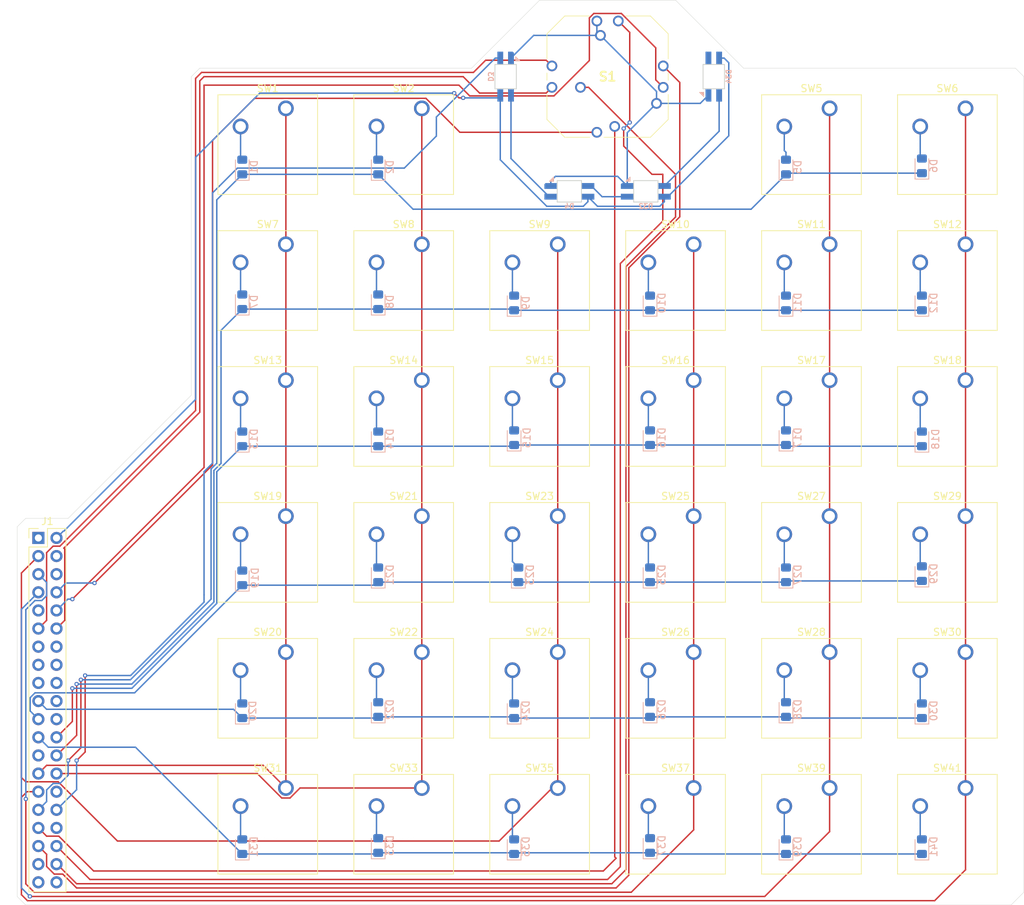
<source format=kicad_pcb>
(kicad_pcb (version 20241229) (generator "pcbnew") (generator_version "9.0")
  (layers (0 "F.Cu" signal) (2 "B.Cu" signal) (13 "F.Paste" user) (15 "B.Paste" user) (5 "F.SilkS" user "F.Silkscreen") (7 "B.SilkS" user "B.Silkscreen") (1 "F.Mask" user) (3 "B.Mask" user) (25 "Edge.Cuts" user))
  (net 0 "")
  (net 1 "row0")
  (net 2 "Net-(D1-A)")
  (net 3 "Net-(D2-A)")
  (net 4 "+5V")
  (net 5 "Net-(D3-DOUT)")
  (net 6 "GND")
  (net 7 "rgb")
  (net 8 "Net-(D32-DIN)")
  (net 9 "Net-(D5-A)")
  (net 10 "Net-(D6-A)")
  (net 11 "row1")
  (net 12 "Net-(D7-A)")
  (net 13 "Net-(D8-A)")
  (net 14 "Net-(D9-A)")
  (net 15 "Net-(D10-A)")
  (net 16 "Net-(D11-A)")
  (net 17 "Net-(D12-A)")
  (net 18 "Net-(D13-A)")
  (net 19 "row2")
  (net 20 "Net-(D14-A)")
  (net 21 "Net-(D15-A)")
  (net 22 "Net-(D16-A)")
  (net 23 "Net-(D17-A)")
  (net 24 "Net-(D18-A)")
  (net 25 "row3")
  (net 26 "Net-(D19-A)")
  (net 27 "row4")
  (net 28 "Net-(D20-A)")
  (net 29 "Net-(D21-A)")
  (net 30 "Net-(D22-A)")
  (net 31 "Net-(D23-A)")
  (net 32 "Net-(D24-A)")
  (net 33 "Net-(D25-A)")
  (net 34 "Net-(D26-A)")
  (net 35 "Net-(D27-A)")
  (net 36 "Net-(D28-A)")
  (net 37 "Net-(D29-A)")
  (net 38 "Net-(D30-A)")
  (net 39 "Net-(D31-A)")
  (net 40 "row5")
  (net 41 "Net-(D32-DOUT)")
  (net 42 "Net-(D33-A)")
  (net 44 "Net-(D35-A)")
  (net 45 "Net-(D37-A)")
  (net 46 "Net-(D39-A)")
  (net 47 "Net-(D41-A)")
  (net 48 "Net-(J1-GPIO15{slash}RXD)")
  (net 50 "Net-(J1-3V3-Pad1)")
  (net 51 "Net-(J1-GND-Pad14)")
  (net 52 "Net-(D36-DIN)")
  (net 53 "col2")
  (net 55 "Net-(J1-GPIO17)")
  (net 56 "Net-(J1-GPIO14{slash}TXD)")
  (net 57 "col4")
  (net 58 "Net-(J1-GPIO18{slash}PWM0)")
  (net 60 "col3")
  (net 61 "Net-(J1-PWM1{slash}GPIO13)")
  (net 62 "Net-(J1-GPIO19{slash}MISO1)")
  (net 63 "Net-(J1-GPIO16)")
  (net 64 "Net-(J1-GPIO20{slash}MOSI1)")
  (net 65 "col0")
  (net 66 "col1")
  (net 67 "col5")
  (footprint "Connector_PinHeader_2.54mm:PinHeader_2x20_P2.54mm_Vertical" (layer "F.Cu") (at 100.607897 95.607415)
    (property "Reference" "J1")
    (property "Value" "Raspberry_Pi_2_3")
  )
  (footprint "Button_Switch_Keyboard:SW_Cherry_MX_1.00u_PCB" (layer "F.Cu") (at 154.344767 73.501332)
    (property "Reference" "SW14")
    (property "Value" "SW_Push")
  )
  (footprint "Button_Switch_Keyboard:SW_Cherry_MX_1.00u_PCB" (layer "F.Cu") (at 230.544767 73.501332)
    (property "Reference" "SW18")
    (property "Value" "SW_Push")
  )
  (footprint "Button_Switch_Keyboard:SW_Cherry_MX_1.00u_PCB" (layer "F.Cu") (at 211.494767 35.401332)
    (property "Reference" "SW5")
    (property "Value" "SW_Push")
  )
  (footprint "Button_Switch_Keyboard:SW_Cherry_MX_1.00u_PCB" (layer "F.Cu") (at 135.294767 92.551332)
    (property "Reference" "SW19")
    (property "Value" "SW_Push")
  )
  (footprint "Button_Switch_Keyboard:SW_Cherry_MX_1.00u_PCB" (layer "F.Cu") (at 230.544767 130.651332)
    (property "Reference" "SW41")
    (property "Value" "SW_Push")
  )
  (footprint "Button_Switch_Keyboard:SW_Cherry_MX_1.00u_PCB" (layer "F.Cu") (at 173.394767 54.451332)
    (property "Reference" "SW9")
    (property "Value" "SW_Push")
  )
  (footprint "Button_Switch_Keyboard:SW_Cherry_MX_1.00u_PCB" (layer "F.Cu") (at 192.444847 73.501444)
    (property "Reference" "SW16")
    (property "Value" "SW_Push")
  )
  (footprint "Button_Switch_Keyboard:SW_Cherry_MX_1.00u_PCB" (layer "F.Cu") (at 211.494863 92.55146)
    (property "Reference" "SW27")
    (property "Value" "SW_Push")
  )
  (footprint "Button_Switch_Keyboard:SW_Cherry_MX_1.00u_PCB" (layer "F.Cu") (at 154.344767 35.401332)
    (property "Reference" "SW2")
    (property "Value" "SW_Push")
  )
  (footprint "Button_Switch_Keyboard:SW_Cherry_MX_1.00u_PCB" (layer "F.Cu") (at 192.444767 54.451332)
    (property "Reference" "SW10")
    (property "Value" "SW_Push")
  )
  (footprint "Button_Switch_Keyboard:SW_Cherry_MX_1.00u_PCB" (layer "F.Cu") (at 154.344815 92.551332)
    (property "Reference" "SW21")
    (property "Value" "SW_Push")
  )
  (footprint "Button_Switch_Keyboard:SW_Cherry_MX_1.00u_PCB" (layer "F.Cu") (at 211.494863 111.601476)
    (property "Reference" "SW28")
    (property "Value" "SW_Push")
  )
  (footprint "Button_Switch_Keyboard:SW_Cherry_MX_1.00u_PCB" (layer "F.Cu") (at 230.544767 111.601332)
    (property "Reference" "SW30")
    (property "Value" "SW_Push")
  )
  (footprint "KiCad:RKJXT1F42001" (layer "F.Cu") (at 180.379839 30.956404)
    (property "Reference" "S1")
    (property "Value" "RKJXT1F42001" (hide yes))
  )
  (footprint "Button_Switch_Keyboard:SW_Cherry_MX_1.00u_PCB" (layer "F.Cu") (at 230.544879 92.55146)
    (property "Reference" "SW29")
    (property "Value" "SW_Push")
  )
  (footprint "Button_Switch_Keyboard:SW_Cherry_MX_1.00u_PCB" (layer "F.Cu") (at 173.394767 73.501332)
    (property "Reference" "SW15")
    (property "Value" "SW_Push")
  )
  (footprint "Button_Switch_Keyboard:SW_Cherry_MX_1.00u_PCB" (layer "F.Cu") (at 211.494767 130.651332)
    (property "Reference" "SW39")
    (property "Value" "SW_Push")
  )
  (footprint "Button_Switch_Keyboard:SW_Cherry_MX_1.00u_PCB" (layer "F.Cu") (at 173.394831 111.601476)
    (property "Reference" "SW24")
    (property "Value" "SW_Push")
  )
  (footprint "Button_Switch_Keyboard:SW_Cherry_MX_1.00u_PCB" (layer "F.Cu") (at 211.494767 73.501332)
    (property "Reference" "SW17")
    (property "Value" "SW_Push")
  )
  (footprint "Button_Switch_Keyboard:SW_Cherry_MX_1.00u_PCB" (layer "F.Cu") (at 192.444847 111.601476)
    (property "Reference" "SW26")
    (property "Value" "SW_Push")
  )
  (footprint "Button_Switch_Keyboard:SW_Cherry_MX_1.00u_PCB" (layer "F.Cu") (at 230.544767 54.451332)
    (property "Reference" "SW12")
    (property "Value" "SW_Push")
  )
  (footprint "Button_Switch_Keyboard:SW_Cherry_MX_1.00u_PCB" (layer "F.Cu") (at 173.394831 92.551332)
    (property "Reference" "SW23")
    (property "Value" "SW_Push")
  )
  (footprint "Button_Switch_Keyboard:SW_Cherry_MX_1.00u_PCB" (layer "F.Cu") (at 135.294767 73.501332)
    (property "Reference" "SW13")
    (property "Value" "SW_Push")
  )
  (footprint "Button_Switch_Keyboard:SW_Cherry_MX_1.00u_PCB" (layer "F.Cu") (at 135.294767 35.401332)
    (property "Reference" "SW1")
    (property "Value" "SW_Push")
  )
  (footprint "Button_Switch_Keyboard:SW_Cherry_MX_1.00u_PCB" (layer "F.Cu") (at 192.444767 130.651332)
    (property "Reference" "SW37")
    (property "Value" "SW_Push")
  )
  (footprint "Button_Switch_Keyboard:SW_Cherry_MX_1.00u_PCB" (layer "F.Cu") (at 154.344767 54.451332)
    (property "Reference" "SW8")
    (property "Value" "SW_Push")
  )
  (footprint "Button_Switch_Keyboard:SW_Cherry_MX_1.00u_PCB" (layer "F.Cu") (at 192.444847 92.55146)
    (property "Reference" "SW25")
    (property "Value" "SW_Push")
  )
  (footprint "Button_Switch_Keyboard:SW_Cherry_MX_1.00u_PCB" (layer "F.Cu") (at 135.294799 111.601476)
    (property "Reference" "SW20")
    (property "Value" "SW_Push")
  )
  (footprint "Button_Switch_Keyboard:SW_Cherry_MX_1.00u_PCB" (layer "F.Cu") (at 173.394767 130.651332)
    (property "Reference" "SW35")
    (property "Value" "SW_Push")
  )
  (footprint "Button_Switch_Keyboard:SW_Cherry_MX_1.00u_PCB" (layer "F.Cu") (at 135.294767 54.451332)
    (property "Reference" "SW7")
    (property "Value" "SW_Push")
  )
  (footprint "Button_Switch_Keyboard:SW_Cherry_MX_1.00u_PCB" (layer "F.Cu") (at 230.544767 35.401332)
    (property "Reference" "SW6")
    (property "Value" "SW_Push")
  )
  (footprint "Button_Switch_Keyboard:SW_Cherry_MX_1.00u_PCB" (layer "F.Cu") (at 154.344815 111.601476)
    (property "Reference" "SW22")
    (property "Value" "SW_Push")
  )
  (footprint "Button_Switch_Keyboard:SW_Cherry_MX_1.00u_PCB" (layer "F.Cu") (at 154.344767 130.651332)
    (property "Reference" "SW33")
    (property "Value" "SW_Push")
  )
  (footprint "Button_Switch_Keyboard:SW_Cherry_MX_1.00u_PCB" (layer "F.Cu") (at 211.494767 54.451332)
    (property "Reference" "SW11")
    (property "Value" "SW_Push")
  )
  (footprint "Button_Switch_Keyboard:SW_Cherry_MX_1.00u_PCB" (layer "F.Cu") (at 135.294767 130.651332)
    (property "Reference" "SW31")
    (property "Value" "SW_Push")
  )
  (footprint "cheyao macropad main PCB-third_party_neopixel.petty:SK6812MINI-E" (layer "B.Cu") (at 195.262664 30.956404 -90)
    (property "Reference" "D34")
    (property "Value" "SK6812MINI" (hide yes))
    (fp_line (start -1.7 1.5) (end 1.7 1.5) (stroke (width 0.12)) (layer "Edge.Cuts"))
    (fp_line (start 1.7 1.5) (end 1.7 -1.5) (stroke (width 0.12)) (layer "Edge.Cuts"))
    (fp_line (start -1.7 -1.5) (end -1.7 1.5) (stroke (width 0.12)) (layer "Edge.Cuts"))
    (fp_line (start 1.7 -1.5) (end -1.7 -1.5) (stroke (width 0.12)) (layer "Edge.Cuts"))
  )
  (footprint "Diode_SMD:D_0805_2012Metric_Pad1.15x1.40mm_HandSolder" (layer "B.Cu") (at 129.182921 81.723635 90)
    (property "Reference" "D13")
    (property "Value" "D")
  )
  (footprint "Diode_SMD:D_0805_2012Metric_Pad1.15x1.40mm_HandSolder" (layer "B.Cu") (at 148.232937 43.623603 90)
    (property "Reference" "D2")
    (property "Value" "D")
  )
  (footprint "Diode_SMD:D_0805_2012Metric_Pad1.15x1.40mm_HandSolder" (layer "B.Cu") (at 129.182921 101.203338 90)
    (property "Reference" "D19")
    (property "Value" "D")
  )
  (footprint "Diode_SMD:D_0805_2012Metric_Pad1.15x1.40mm_HandSolder" (layer "B.Cu") (at 186.332969 81.558009 90)
    (property "Reference" "D16")
    (property "Value" "D")
  )
  (footprint "Diode_SMD:D_0805_2012Metric_Pad1.15x1.40mm_HandSolder" (layer "B.Cu") (at 224.433001 119.823667 90)
    (property "Reference" "D30")
    (property "Value" "D")
  )
  (footprint "Diode_SMD:D_0805_2012Metric_Pad1.15x1.40mm_HandSolder" (layer "B.Cu") (at 224.433001 138.873683 90)
    (property "Reference" "D41")
    (property "Value" "D")
  )
  (footprint "Diode_SMD:D_0805_2012Metric_Pad1.15x1.40mm_HandSolder" (layer "B.Cu") (at 224.433001 100.608025 90)
    (property "Reference" "D29")
    (property "Value" "D")
  )
  (footprint "Diode_SMD:D_0805_2012Metric_Pad1.15x1.40mm_HandSolder" (layer "B.Cu") (at 167.282953 138.873683 90)
    (property "Reference" "D35")
    (property "Value" "D")
  )
  (footprint "Diode_SMD:D_0805_2012Metric_Pad1.15x1.40mm_HandSolder" (layer "B.Cu") (at 205.382985 100.773651 90)
    (property "Reference" "D27")
    (property "Value" "D")
  )
  (footprint "Diode_SMD:D_0805_2012Metric_Pad1.15x1.40mm_HandSolder" (layer "B.Cu") (at 186.332969 119.658041 90)
    (property "Reference" "D26")
    (property "Value" "D")
  )
  (footprint "Diode_SMD:D_0805_2012Metric_Pad1.15x1.40mm_HandSolder" (layer "B.Cu") (at 129.182921 43.623603 90)
    (property "Reference" "D1")
    (property "Value" "D")
  )
  (footprint "Diode_SMD:D_0805_2012Metric_Pad1.15x1.40mm_HandSolder" (layer "B.Cu") (at 205.382985 43.623603 90)
    (property "Reference" "D5")
    (property "Value" "D")
  )
  (footprint "Diode_SMD:D_0805_2012Metric_Pad1.15x1.40mm_HandSolder" (layer "B.Cu") (at 205.382985 62.673619 90)
    (property "Reference" "D11")
    (property "Value" "D")
  )
  (footprint "Diode_SMD:D_0805_2012Metric_Pad1.15x1.40mm_HandSolder" (layer "B.Cu") (at 129.182921 138.873683 90)
    (property "Reference" "D31")
    (property "Value" "D")
  )
  (footprint "Diode_SMD:D_0805_2012Metric_Pad1.15x1.40mm_HandSolder" (layer "B.Cu") (at 224.433001 43.457977 90)
    (property "Reference" "D6")
    (property "Value" "D")
  )
  (footprint "Diode_SMD:D_0805_2012Metric_Pad1.15x1.40mm_HandSolder" (layer "B.Cu") (at 148.232937 62.507993 90)
    (property "Reference" "D8")
    (property "Value" "D")
  )
  (footprint "Diode_SMD:D_0805_2012Metric_Pad1.15x1.40mm_HandSolder" (layer "B.Cu") (at 205.382985 81.558009 90)
    (property "Reference" "D17")
    (property "Value" "D")
  )
  (footprint "Diode_SMD:D_0805_2012Metric_Pad1.15x1.40mm_HandSolder" (layer "B.Cu") (at 205.382985 138.873683 90)
    (property "Reference" "D39")
    (property "Value" "D")
  )
  (footprint "Diode_SMD:D_0805_2012Metric_Pad1.15x1.40mm_HandSolder" (layer "B.Cu") (at 129.182969 119.823795 90)
    (property "Reference" "D20")
    (property "Value" "D")
  )
  (footprint "Diode_SMD:D_0805_2012Metric_Pad1.15x1.40mm_HandSolder" (layer "B.Cu") (at 148.232937 138.708057 90)
    (property "Reference" "D33")
    (property "Value" "D")
  )
  (footprint "cheyao macropad main PCB-third_party_neopixel.petty:SK6812MINI-E" (layer "B.Cu") (at 175.022022 47.029855 180)
    (property "Reference" "D4")
    (property "Value" "SK6812MINI" (hide yes))
    (fp_line (start 1.7 1.5) (end 1.7 -1.5) (stroke (width 0.12)) (layer "Edge.Cuts"))
    (fp_line (start 1.7 -1.5) (end -1.7 -1.5) (stroke (width 0.12)) (layer "Edge.Cuts"))
    (fp_line (start -1.7 1.5) (end 1.7 1.5) (stroke (width 0.12)) (layer "Edge.Cuts"))
    (fp_line (start -1.7 -1.5) (end -1.7 1.5) (stroke (width 0.12)) (layer "Edge.Cuts"))
  )
  (footprint "Diode_SMD:D_0805_2012Metric_Pad1.15x1.40mm_HandSolder" (layer "B.Cu") (at 167.282953 119.823667 90)
    (property "Reference" "D24")
    (property "Value" "D")
  )
  (footprint "cheyao macropad main PCB-third_party_neopixel.petty:SK6812MINI-E" (layer "B.Cu") (at 166.092327 30.956404 90)
    (property "Reference" "D3")
    (property "Value" "SK6812MINI" (hide yes))
    (fp_line (start 1.7 -1.5) (end -1.7 -1.5) (stroke (width 0.12)) (layer "Edge.Cuts"))
    (fp_line (start -1.7 -1.5) (end -1.7 1.5) (stroke (width 0.12)) (layer "Edge.Cuts"))
    (fp_line (start 1.7 1.5) (end 1.7 -1.5) (stroke (width 0.12)) (layer "Edge.Cuts"))
    (fp_line (start -1.7 1.5) (end 1.7 1.5) (stroke (width 0.12)) (layer "Edge.Cuts"))
  )
  (footprint "Diode_SMD:D_0805_2012Metric_Pad1.15x1.40mm_HandSolder" (layer "B.Cu") (at 148.232937 119.658041 90)
    (property "Reference" "D22")
    (property "Value" "D")
  )
  (footprint "Diode_SMD:D_0805_2012Metric_Pad1.15x1.40mm_HandSolder" (layer "B.Cu") (at 129.182921 62.507993 90)
    (property "Reference" "D7")
    (property "Value" "D")
  )
  (footprint "Diode_SMD:D_0805_2012Metric_Pad1.15x1.40mm_HandSolder" (layer "B.Cu") (at 224.433001 81.723635 90)
    (property "Reference" "D18")
    (property "Value" "D")
  )
  (footprint "Diode_SMD:D_0805_2012Metric_Pad1.15x1.40mm_HandSolder" (layer "B.Cu") (at 148.232937 81.723635 90)
    (property "Reference" "D14")
    (property "Value" "D")
  )
  (footprint "Diode_SMD:D_0805_2012Metric_Pad1.15x1.40mm_HandSolder" (layer "B.Cu") (at 224.433001 62.673619 90)
    (property "Reference" "D12")
    (property "Value" "D")
  )
  (footprint "cheyao macropad main PCB-third_party_neopixel.petty:SK6812MINI-E" (layer "B.Cu") (at 185.737656 47.029855 180)
    (property "Reference" "D32")
    (property "Value" "SK6812MINI" (hide yes))
    (fp_line (start 1.7 1.5) (end 1.7 -1.5) (stroke (width 0.12)) (layer "Edge.Cuts"))
    (fp_line (start 1.7 -1.5) (end -1.7 -1.5) (stroke (width 0.12)) (layer "Edge.Cuts"))
    (fp_line (start -1.7 1.5) (end 1.7 1.5) (stroke (width 0.12)) (layer "Edge.Cuts"))
    (fp_line (start -1.7 -1.5) (end -1.7 1.5) (stroke (width 0.12)) (layer "Edge.Cuts"))
  )
  (footprint "Diode_SMD:D_0805_2012Metric_Pad1.15x1.40mm_HandSolder" (layer "B.Cu") (at 186.332969 62.673619 90)
    (property "Reference" "D10")
    (property "Value" "D")
  )
  (footprint "Diode_SMD:D_0805_2012Metric_Pad1.15x1.40mm_HandSolder" (layer "B.Cu") (at 186.332969 100.773651 90)
    (property "Reference" "D25")
    (property "Value" "D")
  )
  (footprint "Diode_SMD:D_0805_2012Metric_Pad1.15x1.40mm_HandSolder" (layer "B.Cu") (at 167.878266 100.773651 90)
    (property "Reference" "D23")
    (property "Value" "D")
  )
  (footprint "Diode_SMD:D_0805_2012Metric_Pad1.15x1.40mm_HandSolder" (layer "B.Cu") (at 186.332969 138.708057 90)
    (property "Reference" "D37")
    (property "Value" "D")
  )
  (footprint "Diode_SMD:D_0805_2012Metric_Pad1.15x1.40mm_HandSolder" (layer "B.Cu") (at 167.282953 81.558009 90)
    (property "Reference" "D15")
    (property "Value" "D")
  )
  (footprint "Diode_SMD:D_0805_2012Metric_Pad1.15x1.40mm_HandSolder" (layer "B.Cu") (at 167.282953 62.673619 90)
    (property "Reference" "D9")
    (property "Value" "D")
  )
  (footprint "Diode_SMD:D_0805_2012Metric_Pad1.15x1.40mm_HandSolder" (layer "B.Cu") (at 148.232937 100.773651 90)
    (property "Reference" "D21")
    (property "Value" "D")
  )
  (footprint "Diode_SMD:D_0805_2012Metric_Pad1.15x1.40mm_HandSolder" (layer "B.Cu") (at 205.382985 119.658041 90)
    (property "Reference" "D28")
    (property "Value" "D")
  )
  (gr_line (start 170.854831 20.24077) (end 161.329823 29.765778) (stroke (width 0.05)) (layer "Edge.Cuts"))
  (gr_line (start 238.720513 30.956404) (end 237.529887 29.765778) (stroke (width 0.05)) (layer "Edge.Cuts"))
  (gr_line (start 97.631332 94.059582) (end 98.821958 92.868956) (stroke (width 0.05)) (layer "Edge.Cuts"))
  (gr_line (start 199.429855 29.765778) (end 189.904847 20.24077) (stroke (width 0.05)) (layer "Edge.Cuts"))
  (gr_line (start 161.329823 29.765778) (end 123.229791 29.765778) (stroke (width 0.05)) (layer "Edge.Cuts"))
  (gr_line (start 238.720513 145.256372) (end 238.720513 30.956404) (stroke (width 0.05)) (layer "Edge.Cuts"))
  (gr_line (start 122.039165 75.604879) (end 122.039165 30.956404) (stroke (width 0.05)) (layer "Edge.Cuts"))
  (gr_line (start 189.904847 20.24077) (end 170.854831 20.24077) (stroke (width 0.05)) (layer "Edge.Cuts"))
  (gr_line (start 97.631332 145.851813) (end 97.631332 94.059582) (stroke (width 0.05)) (layer "Edge.Cuts"))
  (gr_line (start 104.775088 92.868956) (end 122.039165 75.604879) (stroke (width 0.05)) (layer "Edge.Cuts"))
  (gr_line (start 123.229791 29.765778) (end 122.039165 30.956404) (stroke (width 0.05)) (layer "Edge.Cuts"))
  (gr_line (start 98.821958 147.042439) (end 236.934574 147.042311) (stroke (width 0.05)) (layer "Edge.Cuts"))
  (gr_line (start 98.821958 92.868956) (end 104.775088 92.868956) (stroke (width 0.05)) (layer "Edge.Cuts"))
  (gr_line (start 98.821958 147.042439) (end 97.631332 145.851813) (stroke (width 0.05)) (layer "Edge.Cuts"))
  (gr_line (start 237.529887 29.765778) (end 199.429855 29.765778) (stroke (width 0.05)) (layer "Edge.Cuts"))
  (gr_line (start 238.720513 145.256372) (end 236.934574 147.042311) (stroke (width 0.05)) (layer "Edge.Cuts"))
  (segment (start 106.566714 125.010171) (end 104.775088 126.801797) (width 0.2) (layer "F.Cu") (net 1))
  (segment (start 106.566714 115.49185) (end 106.566714 125.010171) (width 0.2) (layer "F.Cu") (net 1))
  (segment (start 106.561027 115.486163) (end 106.566714 115.49185) (width 0.2) (layer "F.Cu") (net 1))
  (via (at 104.775088 126.801797) (size 0.6) (drill 0.3) (layers "F.Cu" "B.Cu") (net 1))
  (via (at 106.561027 115.486163) (size 0.6) (drill 0.3) (layers "F.Cu" "B.Cu") (net 1))
  (segment (start 224.433001 44.482977) (end 205.548611 44.482977) (width 0.2) (layer "B.Cu") (net 1))
  (segment (start 125.611043 48.220481) (end 125.611043 68.461123) (width 0.2) (layer "B.Cu") (net 1))
  (segment (start 125.611043 68.461123) (end 125.611043 85.129887) (width 0.2) (layer "B.Cu") (net 1))
  (segment (start 102.671137 130.016415) (end 101.758897 130.928655) (width 0.2) (layer "B.Cu") (net 1))
  (segment (start 124.809043 85.931887) (end 124.809043 104.179903) (width 0.2) (layer "B.Cu") (net 1))
  (segment (start 113.502783 115.486163) (end 106.561027 115.486163) (width 0.2) (layer "B.Cu") (net 1))
  (segment (start 125.611043 85.129887) (end 125.01573 85.7252) (width 0.2) (layer "B.Cu") (net 1))
  (segment (start 104.775088 128.865984) (end 103.624657 130.016415) (width 0.2) (layer "B.Cu") (net 1))
  (segment (start 200.499733 49.531855) (end 205.382985 44.648603) (width 0.2) (layer "B.Cu") (net 1))
  (segment (start 148.232937 44.648603) (end 153.116189 49.531855) (width 0.2) (layer "B.Cu") (net 1))
  (segment (start 101.758897 132.556415) (end 100.607897 133.707415) (width 0.2) (layer "B.Cu") (net 1))
  (segment (start 205.548611 44.482977) (end 205.382985 44.648603) (width 0.2) (layer "B.Cu") (net 1))
  (segment (start 101.758897 130.928655) (end 101.758897 132.556415) (width 0.2) (layer "B.Cu") (net 1))
  (segment (start 125.01573 85.7252) (end 124.809043 85.931887) (width 0.2) (layer "B.Cu") (net 1))
  (segment (start 129.182921 44.648603) (end 125.611043 48.220481) (width 0.2) (layer "B.Cu") (net 1))
  (segment (start 153.116189 49.531855) (end 200.499733 49.531855) (width 0.2) (layer "B.Cu") (net 1))
  (segment (start 124.809043 104.179903) (end 113.502783 115.486163) (width 0.2) (layer "B.Cu") (net 1))
  (segment (start 104.775088 126.801797) (end 104.775088 128.865984) (width 0.2) (layer "B.Cu") (net 1))
  (segment (start 129.182921 44.648603) (end 148.232937 44.648603) (width 0.2) (layer "B.Cu") (net 1))
  (segment (start 103.624657 130.016415) (end 102.671137 130.016415) (width 0.2) (layer "B.Cu") (net 1))
  (segment (start 128.944767 42.360449) (end 129.182921 42.598603) (width 0.2) (layer "B.Cu") (net 2))
  (segment (start 128.944767 37.941332) (end 128.944767 42.360449) (width 0.2) (layer "B.Cu") (net 2))
  (segment (start 147.994767 37.941332) (end 147.994767 42.360433) (width 0.2) (layer "B.Cu") (net 3))
  (segment (start 147.994767 42.360433) (end 148.232937 42.598603) (width 0.2) (layer "B.Cu") (net 3))
  (segment (start 159.543884 33.932969) (end 158.880587 33.269672) (width 0.2) (layer "F.Cu") (net 4))
  (segment (start 160.139197 33.932969) (end 159.543884 33.932969) (width 0.2) (layer "F.Cu") (net 4))
  (via (at 160.139197 33.932969) (size 0.6) (drill 0.3) (layers "F.Cu" "B.Cu") (net 4))
  (via (at 158.880587 33.269672) (size 0.6) (drill 0.3) (layers "F.Cu" "B.Cu") (net 4))
  (segment (start 188.827656 47.779855) (end 188.337656 47.779855) (width 0.2) (layer "B.Cu") (net 4))
  (segment (start 196.712606 28.356404) (end 197.363664 29.007462) (width 0.2) (layer "B.Cu") (net 4))
  (segment (start 197.363664 29.007462) (end 197.363664 39.243847) (width 0.2) (layer "B.Cu") (net 4))
  (segment (start 196.012664 28.356404) (end 196.712606 28.356404) (width 0.2) (layer "B.Cu") (net 4))
  (segment (start 187.686598 49.130855) (end 188.337656 48.479797) (width 0.2) (layer "B.Cu") (net 4))
  (segment (start 158.880587 33.269672) (end 131.635113 33.269672) (width 0.2) (layer "B.Cu") (net 4))
  (segment (start 104.100417 94.654895) (end 103.147897 95.607415) (width 0.2) (layer "B.Cu") (net 4))
  (segment (start 122.640165 42.26462) (end 122.640165 76.194505) (width 0.2) (layer "B.Cu") (net 4))
  (segment (start 177.622022 47.779855) (end 178.973022 49.130855) (width 0.2) (layer "B.Cu") (net 4))
  (segment (start 165.342327 33.556404) (end 165.342327 42.61216) (width 0.2) (layer "B.Cu") (net 4))
  (segment (start 165.342327 33.556404) (end 164.965762 33.932969) (width 0.2) (layer "B.Cu") (net 4))
  (segment (start 178.973022 49.130855) (end 187.686598 49.130855) (width 0.2) (layer "B.Cu") (net 4))
  (segment (start 122.640165 76.194505) (end 104.179775 94.654895) (width 0.2) (layer "B.Cu") (net 4))
  (segment (start 188.337656 48.479797) (end 188.337656 47.779855) (width 0.2) (layer "B.Cu") (net 4))
  (segment (start 171.861022 49.130855) (end 176.970964 49.130855) (width 0.2) (layer "B.Cu") (net 4))
  (segment (start 104.179775 94.654895) (end 104.100417 94.654895) (width 0.2) (layer "B.Cu") (net 4))
  (segment (start 131.635113 33.269672) (end 122.640165 42.26462) (width 0.2) (layer "B.Cu") (net 4))
  (segment (start 197.363664 39.243847) (end 188.827656 47.779855) (width 0.2) (layer "B.Cu") (net 4))
  (segment (start 164.965762 33.932969) (end 160.139197 33.932969) (width 0.2) (layer "B.Cu") (net 4))
  (segment (start 177.622022 48.479797) (end 177.622022 47.779855) (width 0.2) (layer "B.Cu") (net 4))
  (segment (start 176.970964 49.130855) (end 177.622022 48.479797) (width 0.2) (layer "B.Cu") (net 4))
  (segment (start 165.342327 42.61216) (end 171.861022 49.130855) (width 0.2) (layer "B.Cu") (net 4))
  (segment (start 166.842327 33.556404) (end 166.842327 42.435838) (width 0.2) (layer "B.Cu") (net 5))
  (segment (start 172.186344 47.779855) (end 172.422022 47.779855) (width 0.2) (layer "B.Cu") (net 5))
  (segment (start 166.842327 42.435838) (end 172.186344 47.779855) (width 0.2) (layer "B.Cu") (net 5))
  (segment (start 179.379839 25.176404) (end 187.239839 33.036404) (width 0.2) (layer "B.Cu") (net 6))
  (segment (start 172.422022 45.579913) (end 173.07308 44.928855) (width 0.2) (layer "B.Cu") (net 6))
  (segment (start 187.239839 34.706404) (end 183.137656 38.808587) (width 0.2) (layer "B.Cu") (net 6))
  (segment (start 194.512664 33.556404) (end 193.362664 34.706404) (width 0.2) (layer "B.Cu") (net 6))
  (segment (start 166.842327 28.356404) (end 170.022327 25.176404) (width 0.2) (layer "B.Cu") (net 6))
  (segment (start 173.07308 44.928855) (end 181.786656 44.928855) (width 0.2) (layer "B.Cu") (net 6))
  (segment (start 181.786656 44.928855) (end 183.137656 46.279855) (width 0.2) (layer "B.Cu") (net 6))
  (segment (start 178.879839 23.156404) (end 178.879839 24.676404) (width 0.2) (layer "B.Cu") (net 6))
  (segment (start 172.422022 46.279855) (end 172.422022 45.579913) (width 0.2) (layer "B.Cu") (net 6))
  (segment (start 193.362664 34.706404) (end 187.239839 34.706404) (width 0.2) (layer "B.Cu") (net 6))
  (segment (start 187.239839 33.036404) (end 187.239839 34.706404) (width 0.2) (layer "B.Cu") (net 6))
  (segment (start 178.879839 24.676404) (end 179.379839 25.176404) (width 0.2) (layer "B.Cu") (net 6))
  (segment (start 170.022327 25.176404) (end 179.379839 25.176404) (width 0.2) (layer "B.Cu") (net 6))
  (segment (start 183.137656 38.808587) (end 183.137656 46.279855) (width 0.2) (layer "B.Cu") (net 6))
  (segment (start 107.162027 114.89185) (end 107.162027 125.605484) (width 0.2) (layer "F.Cu") (net 7))
  (segment (start 107.162027 125.605484) (end 105.965714 126.801797) (width 0.2) (layer "F.Cu") (net 7))
  (segment (start 107.15634 114.886163) (end 107.162027 114.89185) (width 0.2) (layer "F.Cu") (net 7))
  (via (at 105.965714 126.801797) (size 0.6) (drill 0.3) (layers "F.Cu" "B.Cu") (net 7))
  (via (at 107.15634 114.886163) (size 0.6) (drill 0.3) (layers "F.Cu" "B.Cu") (net 7))
  (segment (start 165.342327 28.356404) (end 164.642385 28.356404) (width 0.2) (layer "B.Cu") (net 7))
  (segment (start 156.387297 39.280332) (end 151.895026 43.772603) (width 0.2) (layer "B.Cu") (net 7))
  (segment (start 123.825104 103.58459) (end 123.825104 104.596742) (width 0.2) (layer "B.Cu") (net 7))
  (segment (start 105.965714 126.801797) (end 105.965714 130.889598) (width 0.2) (layer "B.Cu") (net 7))
  (segment (start 125.01573 85.129887) (end 123.825104 86.320513) (width 0.2) (layer "B.Cu") (net 7))
  (segment (start 113.535683 114.886163) (end 107.15634 114.886163) (width 0.2) (layer "B.Cu") (net 7))
  (segment (start 113.615546 114.8063) (end 113.535683 114.886163) (width 0.2) (layer "B.Cu") (net 7))
  (segment (start 151.895026 43.772603) (end 128.497761 43.772603) (width 0.2) (layer "B.Cu") (net 7))
  (segment (start 105.965714 130.889598) (end 103.147897 133.707415) (width 0.2) (layer "B.Cu") (net 7))
  (segment (start 123.825104 104.596742) (end 113.615546 114.8063) (width 0.2) (layer "B.Cu") (net 7))
  (segment (start 156.387297 36.611492) (end 156.387297 39.280332) (width 0.2) (layer "B.Cu") (net 7))
  (segment (start 125.01573 47.254634) (end 125.01573 85.129887) (width 0.2) (layer "B.Cu") (net 7))
  (segment (start 128.497761 43.772603) (end 125.01573 47.254634) (width 0.2) (layer "B.Cu") (net 7))
  (segment (start 164.642385 28.356404) (end 156.387297 36.611492) (width 0.2) (layer "B.Cu") (net 7))
  (segment (start 123.825104 86.320513) (end 123.825104 103.58459) (width 0.2) (layer "B.Cu") (net 7))
  (segment (start 177.622022 46.279855) (end 178.112022 46.279855) (width 0.2) (layer "B.Cu") (net 8))
  (segment (start 179.612022 47.779855) (end 183.137656 47.779855) (width 0.2) (layer "B.Cu") (net 8))
  (segment (start 178.112022 46.279855) (end 179.612022 47.779855) (width 0.2) (layer "B.Cu") (net 8))
  (segment (start 205.382985 41.553161) (end 205.382985 42.598603) (width 0.2) (layer "B.Cu") (net 9))
  (segment (start 205.144767 37.941332) (end 205.144767 41.314943) (width 0.2) (layer "B.Cu") (net 9))
  (segment (start 205.144767 41.314943) (end 205.382985 41.553161) (width 0.2) (layer "B.Cu") (net 9))
  (segment (start 224.194767 42.194743) (end 224.433001 42.432977) (width 0.2) (layer "B.Cu") (net 10))
  (segment (start 224.194767 37.941332) (end 224.194767 42.194743) (width 0.2) (layer "B.Cu") (net 10))
  (segment (start 105.965714 116.081476) (end 105.971401 116.087163) (width 0.2) (layer "F.Cu") (net 11))
  (segment (start 105.971401 123.263911) (end 103.147897 126.087415) (width 0.2) (layer "F.Cu") (net 11))
  (segment (start 105.971401 116.087163) (end 105.971401 123.263911) (width 0.2) (layer "F.Cu") (net 11))
  (via (at 105.965714 116.081476) (size 0.6) (drill 0.3) (layers "F.Cu" "B.Cu") (net 11))
  (segment (start 186.332969 63.698619) (end 205.382985 63.698619) (width 0.2) (layer "B.Cu") (net 11))
  (segment (start 125.210043 86.486613) (end 125.210043 104.580903) (width 0.2) (layer "B.Cu") (net 11))
  (segment (start 129.182921 63.532993) (end 126.206356 66.509558) (width 0.2) (layer "B.Cu") (net 11))
  (segment (start 125.210043 104.580903) (end 113.704783 116.086163) (width 0.2) (layer "B.Cu") (net 11))
  (segment (start 113.704783 116.086163) (end 105.970401 116.086163) (width 0.2) (layer "B.Cu") (net 11))
  (segment (start 167.117327 63.532993) (end 167.282953 63.698619) (width 0.2) (layer "B.Cu") (net 11))
  (segment (start 125.444943 85.919513) (end 125.210043 86.154413) (width 0.2) (layer "B.Cu") (net 11))
  (segment (start 148.232937 63.532993) (end 167.117327 63.532993) (width 0.2) (layer "B.Cu") (net 11))
  (segment (start 105.970401 116.086163) (end 105.965714 116.081476) (width 0.2) (layer "B.Cu") (net 11))
  (segment (start 126.206356 66.509558) (end 126.206356 85.1581) (width 0.2) (layer "B.Cu") (net 11))
  (segment (start 125.210043 86.154413) (end 125.210043 86.486613) (width 0.2) (layer "B.Cu") (net 11))
  (segment (start 126.206356 85.1581) (end 125.444943 85.919513) (width 0.2) (layer "B.Cu") (net 11))
  (segment (start 167.282953 63.698619) (end 186.332969 63.698619) (width 0.2) (layer "B.Cu") (net 11))
  (segment (start 129.182921 63.532993) (end 148.232937 63.532993) (width 0.2) (layer "B.Cu") (net 11))
  (segment (start 205.382985 63.698619) (end 224.433001 63.698619) (width 0.2) (layer "B.Cu") (net 11))
  (segment (start 128.944767 56.991332) (end 128.944767 61.244839) (width 0.2) (layer "B.Cu") (net 12))
  (segment (start 128.944767 61.244839) (end 129.182921 61.482993) (width 0.2) (layer "B.Cu") (net 12))
  (segment (start 147.994767 61.244823) (end 148.232937 61.482993) (width 0.2) (layer "B.Cu") (net 13))
  (segment (start 147.994767 56.991332) (end 147.994767 61.244823) (width 0.2) (layer "B.Cu") (net 13))
  (segment (start 167.044767 61.410433) (end 167.282953 61.648619) (width 0.2) (layer "B.Cu") (net 14))
  (segment (start 167.044767 56.991332) (end 167.044767 61.410433) (width 0.2) (layer "B.Cu") (net 14))
  (segment (start 186.094767 61.410417) (end 186.332969 61.648619) (width 0.2) (layer "B.Cu") (net 15))
  (segment (start 186.094767 56.991332) (end 186.094767 61.410417) (width 0.2) (layer "B.Cu") (net 15))
  (segment (start 205.144767 61.410401) (end 205.382985 61.648619) (width 0.2) (layer "B.Cu") (net 16))
  (segment (start 205.144767 56.991332) (end 205.144767 61.410401) (width 0.2) (layer "B.Cu") (net 16))
  (segment (start 224.194767 61.410385) (end 224.433001 61.648619) (width 0.2) (layer "B.Cu") (net 17))
  (segment (start 224.194767 56.991332) (end 224.194767 61.410385) (width 0.2) (layer "B.Cu") (net 17))
  (segment (start 128.944767 80.460481) (end 129.182921 80.698635) (width 0.2) (layer "B.Cu") (net 18))
  (segment (start 128.944767 76.041332) (end 128.944767 80.460481) (width 0.2) (layer "B.Cu") (net 18))
  (segment (start 105.370401 116.681476) (end 105.370401 121.324911) (width 0.2) (layer "F.Cu") (net 19))
  (segment (start 105.370401 121.324911) (end 103.147897 123.547415) (width 0.2) (layer "F.Cu") (net 19))
  (via (at 105.370401 116.681476) (size 0.6) (drill 0.3) (layers "F.Cu" "B.Cu") (net 19))
  (segment (start 125.611043 86.320513) (end 125.611043 104.775216) (width 0.2) (layer "B.Cu") (net 19))
  (segment (start 205.714237 82.748635) (end 224.433001 82.748635) (width 0.2) (layer "B.Cu") (net 19))
  (segment (start 148.232937 82.748635) (end 167.117327 82.748635) (width 0.2) (layer "B.Cu") (net 19))
  (segment (start 129.182921 82.748635) (end 125.611043 86.320513) (width 0.2) (layer "B.Cu") (net 19))
  (segment (start 113.704783 116.681476) (end 105.370401 116.681476) (width 0.2) (layer "B.Cu") (net 19))
  (segment (start 167.117327 82.748635) (end 167.282953 82.583009) (width 0.2) (layer "B.Cu") (net 19))
  (segment (start 205.382985 82.583009) (end 205.548611 82.583009) (width 0.2) (layer "B.Cu") (net 19))
  (segment (start 129.182921 82.748635) (end 148.232937 82.748635) (width 0.2) (layer "B.Cu") (net 19))
  (segment (start 167.282953 82.583009) (end 186.332969 82.583009) (width 0.2) (layer "B.Cu") (net 19))
  (segment (start 186.332969 82.583009) (end 205.382985 82.583009) (width 0.2) (layer "B.Cu") (net 19))
  (segment (start 205.548611 82.583009) (end 205.714237 82.748635) (width 0.2) (layer "B.Cu") (net 19))
  (segment (start 125.611043 104.775216) (end 113.704783 116.681476) (width 0.2) (layer "B.Cu") (net 19))
  (segment (start 147.994767 80.460465) (end 148.232937 80.698635) (width 0.2) (layer "B.Cu") (net 20))
  (segment (start 147.994767 76.041332) (end 147.994767 80.460465) (width 0.2) (layer "B.Cu") (net 20))
  (segment (start 167.044767 76.041332) (end 167.044767 80.294823) (width 0.2) (layer "B.Cu") (net 21))
  (segment (start 167.044767 80.294823) (end 167.282953 80.533009) (width 0.2) (layer "B.Cu") (net 21))
  (segment (start 186.094847 76.041444) (end 186.094847 80.294887) (width 0.2) (layer "B.Cu") (net 22))
  (segment (start 186.094847 80.294887) (end 186.332969 80.533009) (width 0.2) (layer "B.Cu") (net 22))
  (segment (start 205.144767 80.294791) (end 205.382985 80.533009) (width 0.2) (layer "B.Cu") (net 23))
  (segment (start 205.144767 76.041332) (end 205.144767 80.294791) (width 0.2) (layer "B.Cu") (net 23))
  (segment (start 224.194767 80.460401) (end 224.433001 80.698635) (width 0.2) (layer "B.Cu") (net 24))
  (segment (start 224.194767 76.041332) (end 224.194767 80.460401) (width 0.2) (layer "B.Cu") (net 24))
  (segment (start 147.80325 102.228338) (end 148.232937 101.798651) (width 0.2) (layer "B.Cu") (net 25))
  (segment (start 114.094845 117.316415) (end 100.131137 117.316415) (width 0.2) (layer "B.Cu") (net 25))
  (segment (start 129.182921 102.228338) (end 147.80325 102.228338) (width 0.2) (layer "B.Cu") (net 25))
  (segment (start 129.182921 102.228338) (end 114.094845 117.316415) (width 0.2) (layer "B.Cu") (net 25))
  (segment (start 224.433001 101.633025) (end 205.548611 101.633025) (width 0.2) (layer "B.Cu") (net 25))
  (segment (start 186.332969 101.798651) (end 205.382985 101.798651) (width 0.2) (layer "B.Cu") (net 25))
  (segment (start 167.878266 101.798651) (end 186.332969 101.798651) (width 0.2) (layer "B.Cu") (net 25))
  (segment (start 99.456897 119.856415) (end 100.607897 121.007415) (width 0.2) (layer "B.Cu") (net 25))
  (segment (start 205.548611 101.633025) (end 205.382985 101.798651) (width 0.2) (layer "B.Cu") (net 25))
  (segment (start 100.131137 117.316415) (end 99.456897 117.990655) (width 0.2) (layer "B.Cu") (net 25))
  (segment (start 148.232937 101.798651) (end 167.878266 101.798651) (width 0.2) (layer "B.Cu") (net 25))
  (segment (start 99.456897 117.990655) (end 99.456897 119.856415) (width 0.2) (layer "B.Cu") (net 25))
  (segment (start 128.944767 95.091332) (end 128.944767 99.940184) (width 0.2) (layer "B.Cu") (net 26))
  (segment (start 128.944767 99.940184) (end 129.182921 100.178338) (width 0.2) (layer "B.Cu") (net 26))
  (segment (start 148.067183 120.848795) (end 148.232937 120.683041) (width 0.2) (layer "B.Cu") (net 27))
  (segment (start 148.232937 120.683041) (end 167.117327 120.683041) (width 0.2) (layer "B.Cu") (net 27))
  (segment (start 129.182969 120.848795) (end 148.067183 120.848795) (width 0.2) (layer "B.Cu") (net 27))
  (segment (start 167.117327 120.683041) (end 167.282953 120.848667) (width 0.2) (layer "B.Cu") (net 27))
  (segment (start 129.182969 120.848795) (end 127.952589 119.618415) (width 0.2) (layer "B.Cu") (net 27))
  (segment (start 167.282953 120.848667) (end 186.167343 120.848667) (width 0.2) (layer "B.Cu") (net 27))
  (segment (start 101.758897 119.618415) (end 100.607897 118.467415) (width 0.2) (layer "B.Cu") (net 27))
  (segment (start 127.952589 119.618415) (end 101.758897 119.618415) (width 0.2) (layer "B.Cu") (net 27))
  (segment (start 224.433001 120.848667) (end 205.548611 120.848667) (width 0.2) (layer "B.Cu") (net 27))
  (segment (start 205.548611 120.848667) (end 205.382985 120.683041) (width 0.2) (layer "B.Cu") (net 27))
  (segment (start 186.332969 120.683041) (end 205.382985 120.683041) (width 0.2) (layer "B.Cu") (net 27))
  (segment (start 186.167343 120.848667) (end 186.332969 120.683041) (width 0.2) (layer "B.Cu") (net 27))
  (segment (start 128.944799 114.141476) (end 128.944799 118.560625) (width 0.2) (layer "B.Cu") (net 28))
  (segment (start 128.944799 118.560625) (end 129.182969 118.798795) (width 0.2) (layer "B.Cu") (net 28))
  (segment (start 147.994815 99.510529) (end 148.232937 99.748651) (width 0.2) (layer "B.Cu") (net 29))
  (segment (start 147.994815 95.091332) (end 147.994815 99.510529) (width 0.2) (layer "B.Cu") (net 29))
  (segment (start 147.994815 114.141476) (end 147.994815 118.394919) (width 0.2) (layer "B.Cu") (net 30))
  (segment (start 147.994815 118.394919) (end 148.232937 118.633041) (width 0.2) (layer "B.Cu") (net 30))
  (segment (start 167.044831 95.091332) (end 167.044831 98.915216) (width 0.2) (layer "B.Cu") (net 31))
  (segment (start 167.044831 98.915216) (end 167.878266 99.748651) (width 0.2) (layer "B.Cu") (net 31))
  (segment (start 167.044831 118.560545) (end 167.282953 118.798667) (width 0.2) (layer "B.Cu") (net 32))
  (segment (start 167.044831 114.141476) (end 167.044831 118.560545) (width 0.2) (layer "B.Cu") (net 32))
  (segment (start 186.094847 95.09146) (end 186.094847 99.510529) (width 0.2) (layer "B.Cu") (net 33))
  (segment (start 186.094847 99.510529) (end 186.332969 99.748651) (width 0.2) (layer "B.Cu") (net 33))
  (segment (start 186.094847 114.141476) (end 186.094847 118.394919) (width 0.2) (layer "B.Cu") (net 34))
  (segment (start 186.094847 118.394919) (end 186.332969 118.633041) (width 0.2) (layer "B.Cu") (net 34))
  (segment (start 205.144863 99.510529) (end 205.382985 99.748651) (width 0.2) (layer "B.Cu") (net 35))
  (segment (start 205.144863 95.09146) (end 205.144863 99.510529) (width 0.2) (layer "B.Cu") (net 35))
  (segment (start 205.144863 118.394919) (end 205.382985 118.633041) (width 0.2) (layer "B.Cu") (net 36))
  (segment (start 205.144863 114.141476) (end 205.144863 118.394919) (width 0.2) (layer "B.Cu") (net 36))
  (segment (start 224.194879 95.09146) (end 224.194879 99.344903) (width 0.2) (layer "B.Cu") (net 37))
  (segment (start 224.194879 99.344903) (end 224.433001 99.583025) (width 0.2) (layer "B.Cu") (net 37))
  (segment (start 224.194767 118.560433) (end 224.433001 118.798667) (width 0.2) (layer "B.Cu") (net 38))
  (segment (start 224.194767 114.141332) (end 224.194767 118.560433) (width 0.2) (layer "B.Cu") (net 38))
  (segment (start 128.944767 133.191332) (end 128.944767 137.610529) (width 0.2) (layer "B.Cu") (net 39))
  (segment (start 128.944767 137.610529) (end 129.182921 137.848683) (width 0.2) (layer "B.Cu") (net 39))
  (segment (start 148.232937 139.733057) (end 167.117327 139.733057) (width 0.2) (layer "B.Cu") (net 40))
  (segment (start 186.332969 139.733057) (end 187.357969 139.733057) (width 0.2) (layer "B.Cu") (net 40))
  (segment (start 101.996897 124.936415) (end 100.607897 123.547415) (width 0.2) (layer "B.Cu") (net 40))
  (segment (start 187.357969 139.733057) (end 187.523595 139.898683) (width 0.2) (layer "B.Cu") (net 40))
  (segment (start 168.043892 139.733057) (end 186.332969 139.733057) (width 0.2) (layer "B.Cu") (net 40))
  (segment (start 114.220653 124.936415) (end 101.996897 124.936415) (width 0.2) (layer "B.Cu") (net 40))
  (segment (start 148.067311 139.898683) (end 148.232937 139.733057) (width 0.2) (layer "B.Cu") (net 40))
  (segment (start 224.433001 139.898683) (end 205.382985 139.898683) (width 0.2) (layer "B.Cu") (net 40))
  (segment (start 129.182921 139.898683) (end 114.220653 124.936415) (width 0.2) (layer "B.Cu") (net 40))
  (segment (start 187.523595 139.898683) (end 205.382985 139.898683) (width 0.2) (layer "B.Cu") (net 40))
  (segment (start 167.282953 139.898683) (end 167.878266 139.898683) (width 0.2) (layer "B.Cu") (net 40))
  (segment (start 167.117327 139.733057) (end 167.282953 139.898683) (width 0.2) (layer "B.Cu") (net 40))
  (segment (start 167.878266 139.898683) (end 168.043892 139.733057) (width 0.2) (layer "B.Cu") (net 40))
  (segment (start 129.182921 139.898683) (end 148.067311 139.898683) (width 0.2) (layer "B.Cu") (net 40))
  (segment (start 188.337656 46.279855) (end 196.012664 38.604847) (width 0.2) (layer "B.Cu") (net 41))
  (segment (start 196.012664 38.604847) (end 196.012664 33.556404) (width 0.2) (layer "B.Cu") (net 41))
  (segment (start 147.994767 137.444887) (end 148.232937 137.683057) (width 0.2) (layer "B.Cu") (net 42))
  (segment (start 147.994767 133.191332) (end 147.994767 137.444887) (width 0.2) (layer "B.Cu") (net 42))
  (segment (start 167.044767 133.191332) (end 167.044767 137.610497) (width 0.2) (layer "B.Cu") (net 44))
  (segment (start 167.044767 137.610497) (end 167.282953 137.848683) (width 0.2) (layer "B.Cu") (net 44))
  (segment (start 186.094767 133.191332) (end 186.094767 137.444855) (width 0.2) (layer "B.Cu") (net 45))
  (segment (start 186.094767 137.444855) (end 186.332969 137.683057) (width 0.2) (layer "B.Cu") (net 45))
  (segment (start 205.144767 137.610465) (end 205.382985 137.848683) (width 0.2) (layer "B.Cu") (net 46))
  (segment (start 205.144767 133.191332) (end 205.144767 137.610465) (width 0.2) (layer "B.Cu") (net 46))
  (segment (start 224.194767 137.610449) (end 224.433001 137.848683) (width 0.2) (layer "B.Cu") (net 47))
  (segment (start 224.194767 133.191332) (end 224.194767 137.610449) (width 0.2) (layer "B.Cu") (net 47))
  (segment (start 105.370401 104.179903) (end 123.825104 85.7252) (width 0.2) (layer "F.Cu") (net 48))
  (segment (start 123.825104 85.7252) (end 123.825104 32.14703) (width 0.2) (layer "F.Cu") (net 48))
  (segment (start 177.828839 28.693743) (end 177.828839 22.721065) (width 0.2) (layer "F.Cu") (net 48))
  (segment (start 182.315178 22.105404) (end 187.128839 26.919065) (width 0.2) (layer "F.Cu") (net 48))
  (segment (start 161.055258 33.658404) (end 172.864178 33.658404) (width 0.2) (layer "F.Cu") (net 48))
  (segment (start 178.4445 22.105404) (end 182.315178 22.105404) (width 0.2) (layer "F.Cu") (net 48))
  (segment (start 159.543884 32.14703) (end 161.055258 33.658404) (width 0.2) (layer "F.Cu") (net 48))
  (segment (start 123.825104 32.14703) (end 159.543884 32.14703) (width 0.2) (layer "F.Cu") (net 48))
  (segment (start 187.128839 26.919065) (end 187.128839 31.405404) (width 0.2) (layer "F.Cu") (net 48))
  (segment (start 172.864178 33.658404) (end 177.828839 28.693743) (width 0.2) (layer "F.Cu") (net 48))
  (segment (start 187.128839 31.405404) (end 188.179839 32.456404) (width 0.2) (layer "F.Cu") (net 48))
  (segment (start 177.828839 22.721065) (end 178.4445 22.105404) (width 0.2) (layer "F.Cu") (net 48))
  (via (at 105.370401 104.179903) (size 0.6) (drill 0.3) (layers "F.Cu" "B.Cu") (net 48))
  (segment (start 104.735409 104.179903) (end 105.370401 104.179903) (width 0.2) (layer "B.Cu") (net 48))
  (segment (start 103.147897 105.767415) (end 104.735409 104.179903) (width 0.2) (layer "B.Cu") (net 48))
  (segment (start 173.394767 130.651332) (end 173.394767 54.451332) (width 0.2) (layer "F.Cu") (net 53))
  (segment (start 98.232332 100.52298) (end 100.607897 98.147415) (width 0.2) (layer "F.Cu") (net 53))
  (segment (start 103.386604 129.778362) (end 98.827645 129.778362) (width 0.2) (layer "F.Cu") (net 53))
  (segment (start 172.609951 130.651332) (end 165.178951 138.082332) (width 0.2) (layer "F.Cu") (net 53))
  (segment (start 98.827645 129.778362) (end 98.232332 129.183049) (width 0.2) (layer "F.Cu") (net 53))
  (segment (start 165.178951 138.082332) (end 111.690574 138.082332) (width 0.2) (layer "F.Cu") (net 53))
  (segment (start 98.232332 129.183049) (end 98.232332 100.52298) (width 0.2) (layer "F.Cu") (net 53))
  (segment (start 173.394767 130.651332) (end 172.609951 130.651332) (width 0.2) (layer "F.Cu") (net 53))
  (segment (start 111.690574 138.082332) (end 103.386604 129.778362) (width 0.2) (layer "F.Cu") (net 53))
  (segment (start 171.778839 28.655404) (end 163.290138 28.655404) (width 0.2) (layer "F.Cu") (net 55))
  (segment (start 122.640165 77.742907) (end 103.624657 96.758415) (width 0.2) (layer "F.Cu") (net 55))
  (segment (start 161.578765 30.366778) (end 123.478733 30.366778) (width 0.2) (layer "F.Cu") (net 55))
  (segment (start 102.671568 96.758415) (end 101.758897 97.671086) (width 0.2) (layer "F.Cu") (net 55))
  (segment (start 122.640165 31.205346) (end 122.640165 77.742907) (width 0.2) (layer "F.Cu") (net 55))
  (segment (start 172.579839 29.456404) (end 171.778839 28.655404) (width 0.2) (layer "F.Cu") (net 55))
  (segment (start 103.624657 96.758415) (end 102.671568 96.758415) (width 0.2) (layer "F.Cu") (net 55))
  (segment (start 163.290138 28.655404) (end 161.578765 30.366778) (width 0.2) (layer "F.Cu") (net 55))
  (segment (start 101.758897 97.671086) (end 101.758897 107.156415) (width 0.2) (layer "F.Cu") (net 55))
  (segment (start 123.478733 30.366778) (end 122.640165 31.205346) (width 0.2) (layer "F.Cu") (net 55))
  (segment (start 101.758897 107.156415) (end 100.607897 108.307415) (width 0.2) (layer "F.Cu") (net 55))
  (segment (start 130.904453 34.000332) (end 154.925081 34.000332) (width 0.2) (layer "F.Cu") (net 56))
  (segment (start 154.925081 34.000332) (end 159.681153 38.756404) (width 0.2) (layer "F.Cu") (net 56))
  (segment (start 108.473574 101.925259) (end 125.01573 85.383103) (width 0.2) (layer "F.Cu") (net 56))
  (segment (start 125.01573 85.383103) (end 125.01573 39.889055) (width 0.2) (layer "F.Cu") (net 56))
  (segment (start 159.681153 38.756404) (end 178.879839 38.756404) (width 0.2) (layer "F.Cu") (net 56))
  (segment (start 125.01573 39.889055) (end 130.904453 34.000332) (width 0.2) (layer "F.Cu") (net 56))
  (via (at 108.473574 101.925259) (size 0.6) (drill 0.3) (layers "F.Cu" "B.Cu") (net 56))
  (segment (start 104.450053 101.925259) (end 103.147897 103.227415) (width 0.2) (layer "B.Cu") (net 56))
  (segment (start 108.473574 101.925259) (end 104.450053 101.925259) (width 0.2) (layer "B.Cu") (net 56))
  (segment (start 202.40642 145.851813) (end 99.427645 145.851813) (width 0.2) (layer "F.Cu") (net 57))
  (segment (start 99.427645 145.851813) (end 99.417271 145.841439) (width 0.2) (layer "F.Cu") (net 57))
  (segment (start 211.494767 130.651332) (end 211.494767 136.763466) (width 0.2) (layer "F.Cu") (net 57))
  (segment (start 211.494767 130.651332) (end 211.494767 35.401332) (width 0.2) (layer "F.Cu") (net 57))
  (segment (start 211.494767 136.763466) (end 202.40642 145.851813) (width 0.2) (layer "F.Cu") (net 57))
  (via (at 99.417271 145.841439) (size 0.6) (drill 0.3) (layers "F.Cu" "B.Cu") (net 57))
  (segment (start 98.232332 105.60298) (end 100.607897 103.227415) (width 0.2) (layer "B.Cu") (net 57))
  (segment (start 99.417271 145.841439) (end 98.232332 144.6565) (width 0.2) (layer "B.Cu") (net 57))
  (segment (start 98.232332 144.6565) (end 98.232332 105.60298) (width 0.2) (layer "B.Cu") (net 57))
  (segment (start 104.179775 97.036147) (end 104.298897 97.155269) (width 0.2) (layer "F.Cu") (net 58))
  (segment (start 172.579839 32.456404) (end 171.778839 33.257404) (width 0.2) (layer "F.Cu") (net 58))
  (segment (start 104.298897 107.156415) (end 103.147897 108.307415) (width 0.2) (layer "F.Cu") (net 58))
  (segment (start 162.440197 33.257404) (end 160.139197 30.956404) (width 0.2) (layer "F.Cu") (net 58))
  (segment (start 104.298897 97.155269) (end 104.298897 107.156415) (width 0.2) (layer "F.Cu") (net 58))
  (segment (start 123.229791 31.551717) (end 123.229791 77.986131) (width 0.2) (layer "F.Cu") (net 58))
  (segment (start 123.825104 30.956404) (end 123.229791 31.551717) (width 0.2) (layer "F.Cu") (net 58))
  (segment (start 123.229791 77.986131) (end 104.179775 97.036147) (width 0.2) (layer "F.Cu") (net 58))
  (segment (start 171.778839 33.257404) (end 162.440197 33.257404) (width 0.2) (layer "F.Cu") (net 58))
  (segment (start 160.139197 30.956404) (end 123.825104 30.956404) (width 0.2) (layer "F.Cu") (net 58))
  (segment (start 100.012584 145.2565) (end 98.849337 144.093253) (width 0.2) (layer "F.Cu") (net 60))
  (segment (start 183.704415 145.2565) (end 100.012584 145.2565) (width 0.2) (layer "F.Cu") (net 60))
  (segment (start 192.444767 136.516148) (end 183.704415 145.2565) (width 0.2) (layer "F.Cu") (net 60))
  (segment (start 192.444767 54.451332) (end 192.444767 130.651332) (width 0.2) (layer "F.Cu") (net 60))
  (segment (start 192.444767 130.651332) (end 192.444767 136.516148) (width 0.2) (layer "F.Cu") (net 60))
  (segment (start 98.849337 144.093253) (end 98.849337 132.186993) (width 0.2) (layer "F.Cu") (net 60))
  (via (at 98.849337 132.186993) (size 0.6) (drill 0.3) (layers "F.Cu" "B.Cu") (net 60))
  (segment (start 101.758897 101.838415) (end 100.607897 100.687415) (width 0.2) (layer "B.Cu") (net 60))
  (segment (start 101.758897 103.704175) (end 101.758897 101.838415) (width 0.2) (layer "B.Cu") (net 60))
  (segment (start 98.849337 132.186993) (end 98.849337 105.660215) (width 0.2) (layer "B.Cu") (net 60))
  (segment (start 101.084657 104.378415) (end 101.758897 103.704175) (width 0.2) (layer "B.Cu") (net 60))
  (segment (start 98.849337 105.660215) (end 100.131137 104.378415) (width 0.2) (layer "B.Cu") (net 60))
  (segment (start 100.131137 104.378415) (end 101.084657 104.378415) (width 0.2) (layer "B.Cu") (net 60))
  (segment (start 181.570465 140.493996) (end 181.379839 140.30337) (width 0.2) (layer "F.Cu") (net 61))
  (segment (start 108.346966 142.279935) (end 179.784526 142.279935) (width 0.2) (layer "F.Cu") (net 61))
  (segment (start 179.784526 142.279935) (end 181.570465 140.493996) (width 0.2) (layer "F.Cu") (net 61))
  (segment (start 100.607897 136.247415) (end 101.758897 137.398415) (width 0.2) (layer "F.Cu") (net 61))
  (segment (start 101.758897 137.398415) (end 103.465446 137.398415) (width 0.2) (layer "F.Cu") (net 61))
  (segment (start 181.379839 140.30337) (end 181.379839 37.936404) (width 0.2) (layer "F.Cu") (net 61))
  (segment (start 103.465446 137.398415) (end 108.346966 142.279935) (width 0.2) (layer "F.Cu") (net 61))
  (segment (start 181.570465 144.661187) (end 183.356404 142.875248) (width 0.2) (layer "F.Cu") (net 62))
  (segment (start 105.965714 144.661187) (end 181.570465 144.661187) (width 0.2) (layer "F.Cu") (net 62))
  (segment (start 183.356404 57.745489) (end 190.50016 50.601733) (width 0.2) (layer "F.Cu") (net 62))
  (segment (start 183.356404 142.875248) (end 183.356404 57.745489) (width 0.2) (layer "F.Cu") (net 62))
  (segment (start 100.607897 138.787415) (end 101.758897 139.938415) (width 0.2) (layer "F.Cu") (net 62))
  (segment (start 104.020942 142.716415) (end 105.965714 144.661187) (width 0.2) (layer "F.Cu") (net 62))
  (segment (start 102.830316 142.716415) (end 104.020942 142.716415) (width 0.2) (layer "F.Cu") (net 62))
  (segment (start 101.758897 139.938415) (end 101.758897 141.644996) (width 0.2) (layer "F.Cu") (net 62))
  (segment (start 190.50016 50.601733) (end 190.50016 31.776725) (width 0.2) (layer "F.Cu") (net 62))
  (segment (start 101.758897 141.644996) (end 102.830316 142.716415) (width 0.2) (layer "F.Cu") (net 62))
  (segment (start 190.50016 31.776725) (end 188.179839 29.456404) (width 0.2) (layer "F.Cu") (net 62))
  (segment (start 107.831043 143.470561) (end 180.379839 143.470561) (width 0.2) (layer "F.Cu") (net 63))
  (segment (start 183.483012 37.378239) (end 183.483012 24.759577) (width 0.2) (layer "F.Cu") (net 63))
  (segment (start 103.147897 138.787415) (end 107.831043 143.470561) (width 0.2) (layer "F.Cu") (net 63))
  (segment (start 182.634483 40.677387) (end 182.634483 38.226768) (width 0.2) (layer "F.Cu") (net 63))
  (segment (start 188.118908 51.197046) (end 188.118908 44.648603) (width 0.2) (layer "F.Cu") (net 63))
  (segment (start 186.605699 44.648603) (end 182.634483 40.677387) (width 0.2) (layer "F.Cu") (net 63))
  (segment (start 182.165778 57.150176) (end 188.118908 51.197046) (width 0.2) (layer "F.Cu") (net 63))
  (segment (start 180.379839 143.470561) (end 182.165778 141.684622) (width 0.2) (layer "F.Cu") (net 63))
  (segment (start 188.118908 44.648603) (end 186.605699 44.648603) (width 0.2) (layer "F.Cu") (net 63))
  (segment (start 182.165778 141.684622) (end 182.165778 57.150176) (width 0.2) (layer "F.Cu") (net 63))
  (segment (start 183.483012 24.759577) (end 181.879839 23.156404) (width 0.2) (layer "F.Cu") (net 63))
  (via (at 182.634483 38.226768) (size 0.6) (drill 0.3) (layers "F.Cu" "B.Cu") (net 63))
  (via (at 183.483012 37.378239) (size 0.6) (drill 0.3) (layers "F.Cu" "B.Cu") (net 63))
  (segment (start 182.634483 38.226768) (end 183.483012 37.378239) (width 0.2) (layer "B.Cu") (net 63))
  (segment (start 189.904847 50.629946) (end 189.904847 44.648603) (width 0.2) (layer "F.Cu") (net 64))
  (segment (start 183.190304 57.344489) (end 189.904847 50.629946) (width 0.2) (layer "F.Cu") (net 64))
  (segment (start 177.712648 32.456404) (end 176.579839 32.456404) (width 0.2) (layer "F.Cu") (net 64))
  (segment (start 182.955404 57.911589) (end 182.955404 57.579389) (width 0.2) (layer "F.Cu") (net 64))
  (segment (start 180.975152 144.065874) (end 182.955404 142.085622) (width 0.2) (layer "F.Cu") (net 64))
  (segment (start 189.904847 44.648603) (end 177.712648 32.456404) (width 0.2) (layer "F.Cu") (net 64))
  (segment (start 103.147897 141.327415) (end 103.227255 141.327415) (width 0.2) (layer "F.Cu") (net 64))
  (segment (start 105.965714 144.065874) (end 180.975152 144.065874) (width 0.2) (layer "F.Cu") (net 64))
  (segment (start 182.955404 142.085622) (end 182.955404 57.911589) (width 0.2) (layer "F.Cu") (net 64))
  (segment (start 103.227255 141.327415) (end 105.965714 144.065874) (width 0.2) (layer "F.Cu") (net 64))
  (segment (start 182.955404 57.579389) (end 183.190304 57.344489) (width 0.2) (layer "F.Cu") (net 64))
  (segment (start 135.294799 111.601476) (end 135.294799 130.6513) (width 0.2) (layer "F.Cu") (net 65))
  (segment (start 135.294799 111.601476) (end 135.294799 35.401364) (width 0.2) (layer "F.Cu") (net 65))
  (segment (start 135.294799 35.401364) (end 135.294767 35.401332) (width 0.2) (layer "F.Cu") (net 65))
  (segment (start 135.294799 130.6513) (end 135.294767 130.651332) (width 0.2) (layer "F.Cu") (net 65))
  (segment (start 101.758897 127.476415) (end 100.607897 128.627415) (width 0.2) (layer "F.Cu") (net 65))
  (segment (start 132.11985 127.476415) (end 101.758897 127.476415) (width 0.2) (layer "F.Cu") (net 65))
  (segment (start 135.294767 130.651332) (end 132.11985 127.476415) (width 0.2) (layer "F.Cu") (net 65))
  (segment (start 134.714453 132.052332) (end 131.289536 128.627415) (width 0.2) (layer "F.Cu") (net 66))
  (segment (start 154.344767 130.651332) (end 137.276081 130.651332) (width 0.2) (layer "F.Cu") (net 66))
  (segment (start 154.344767 35.401332) (end 154.344767 130.651332) (width 0.2) (layer "F.Cu") (net 66))
  (segment (start 131.289536 128.627415) (end 103.147897 128.627415) (width 0.2) (layer "F.Cu") (net 66))
  (segment (start 135.875081 132.052332) (end 134.714453 132.052332) (width 0.2) (layer "F.Cu") (net 66))
  (segment (start 137.276081 130.651332) (end 135.875081 132.052332) (width 0.2) (layer "F.Cu") (net 66))
  (segment (start 226.21894 146.441439) (end 99.0709 146.441439) (width 0.2) (layer "F.Cu") (net 67))
  (segment (start 230.544767 142.115612) (end 226.21894 146.441439) (width 0.2) (layer "F.Cu") (net 67))
  (segment (start 98.232332 145.602871) (end 98.232332 132.165301) (width 0.2) (layer "F.Cu") (net 67))
  (segment (start 230.544767 130.651332) (end 230.544767 142.115612) (width 0.2) (layer "F.Cu") (net 67))
  (segment (start 99.0709 146.441439) (end 98.232332 145.602871) (width 0.2) (layer "F.Cu") (net 67))
  (segment (start 98.232332 132.165301) (end 98.232332 131.955468) (width 0.2) (layer "F.Cu") (net 67))
  (segment (start 230.544767 130.651332) (end 230.544767 35.401332) (width 0.2) (layer "F.Cu") (net 67))
  (segment (start 98.232332 131.955468) (end 99.020385 131.167415) (width 0.2) (layer "F.Cu") (net 67))
  (segment (start 99.020385 131.167415) (end 100.607897 131.167415) (width 0.2) (layer "F.Cu") (net 67))
)
</source>
